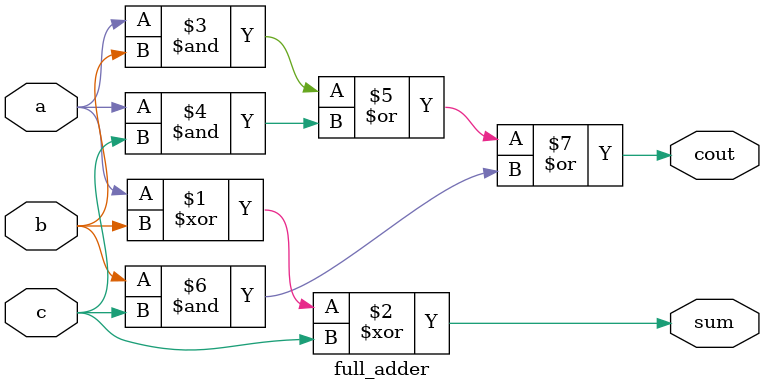
<source format=sv>
module full_adder (
                    input a,
                    input b,
                    input c,
                    output cout,
                    output sum
);
    assign sum = a^b^c;
    assign cout= (a&b) | (a&c) | (b&c);
endmodule
</source>
